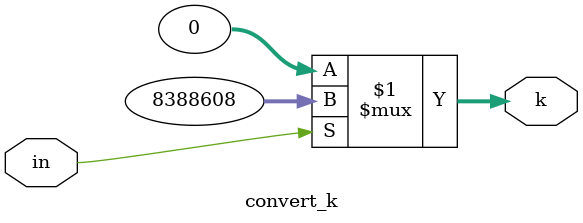
<source format=v>
module convert_k (in,k);
parameter DWIDTH=32;
parameter IWIDTH=64;

input [0:0] in;
output [DWIDTH-1:0] k;

assign k=in?32'b00000000100000000000000000000000:32'b00000000000000000000000000000000;

endmodule
</source>
